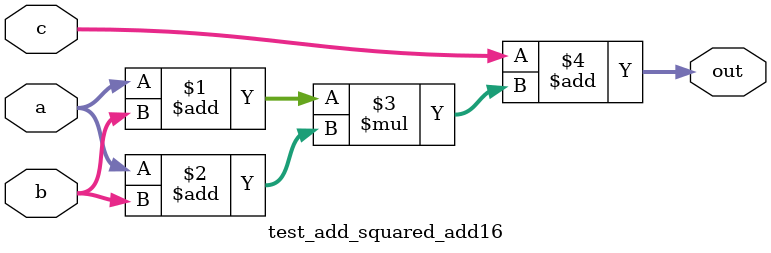
<source format=v>

module test_add_squared_add16(input [15:0] a, input [15:0] b, input [15:0] c, output [15:0] out);
  assign out = c + ((a + b) * (a + b));
endmodule
</source>
